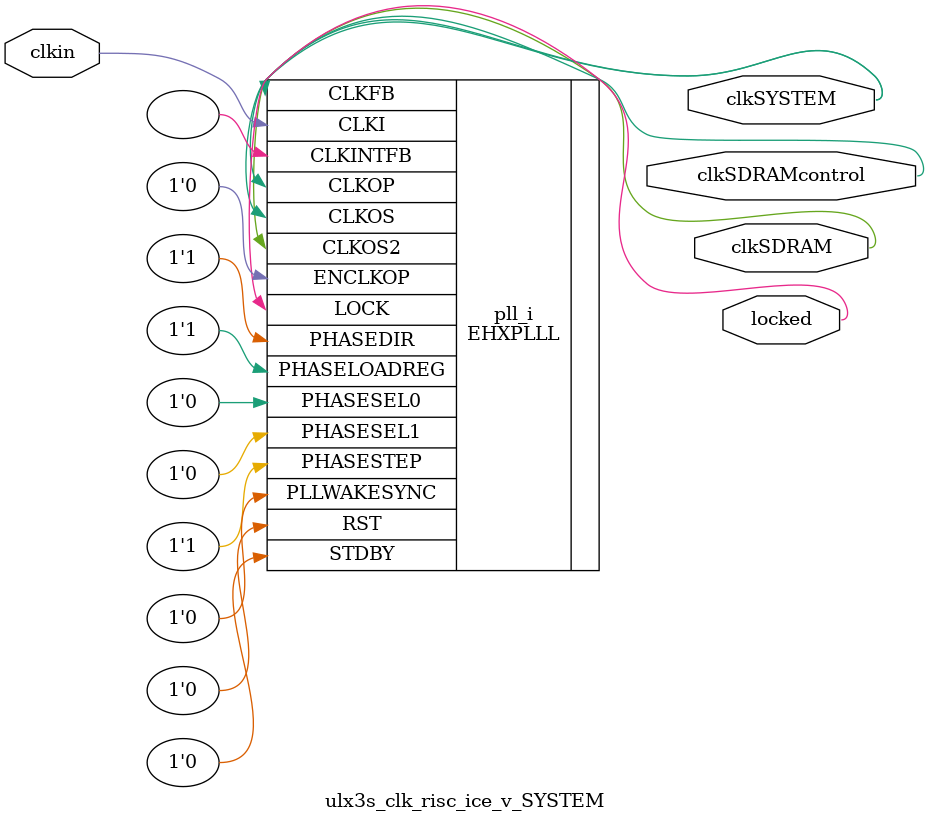
<source format=v>
module ulx3s_clk_risc_ice_v_SYSTEM
(
    input clkin,                // 25 MHz, 0 deg
    output  clkSYSTEM,          // 50 MHz, 0 deg       // SYSTEM CLOCK, cpu, memory, I/O
    output  clkSDRAM,           // 100 MHz, 0 deg      // SDRAM
    output  clkSDRAMcontrol,    // 100 MHz, 180 deg    // SDRAM controller
    output  locked
);
(* FREQUENCY_PIN_CLKI="25" *)
(* FREQUENCY_PIN_CLKOP="50" *)
(* FREQUENCY_PIN_CLKOS="25" *)
(* FREQUENCY_PIN_CLKOS2="50" *)
(* FREQUENCY_PIN_CLKOS3="50" *)
(* ICP_CURRENT="12" *) (* LPF_RESISTOR="8" *) (* MFG_ENABLE_FILTEROPAMP="1" *) (* MFG_GMCREF_SEL="2" *)
EHXPLLL #(
        .PLLRST_ENA("DISABLED"),
        .INTFB_WAKE("DISABLED"),
        .STDBY_ENABLE("DISABLED"),
        .DPHASE_SOURCE("DISABLED"),
        .OUTDIVIDER_MUXA("DIVA"),
        .OUTDIVIDER_MUXB("DIVB"),
        .OUTDIVIDER_MUXC("DIVC"),
        .OUTDIVIDER_MUXD("DIVD"),
        .CLKI_DIV(1),
        .CLKOP_ENABLE("ENABLED"),
        .CLKOP_DIV(12),
        .CLKOP_CPHASE(5),
        .CLKOP_FPHASE(0),
        .CLKOS_ENABLE("ENABLED"),
        .CLKOS_DIV(6),
        .CLKOS_CPHASE(8),
        .CLKOS_FPHASE(0),
        .CLKOS2_ENABLE("ENABLED"),
        .CLKOS2_DIV(6),
        .CLKOS2_CPHASE(5),
        .CLKOS2_FPHASE(0),
        .FEEDBK_PATH("CLKOP"),
        .CLKFB_DIV(2)
    ) pll_i (
        .RST(1'b0),
        .STDBY(1'b0),
        .CLKI(clkin),
        .CLKOP(clkSYSTEM),
        .CLKOS(clkSDRAMcontrol),
        .CLKOS2(clkSDRAM),
        .CLKFB(clkSYSTEM),
        .CLKINTFB(),
        .PHASESEL0(1'b0),
        .PHASESEL1(1'b0),
        .PHASEDIR(1'b1),
        .PHASESTEP(1'b1),
        .PHASELOADREG(1'b1),
        .PLLWAKESYNC(1'b0),
        .ENCLKOP(1'b0),
        .LOCK(locked)
	);
endmodule

</source>
